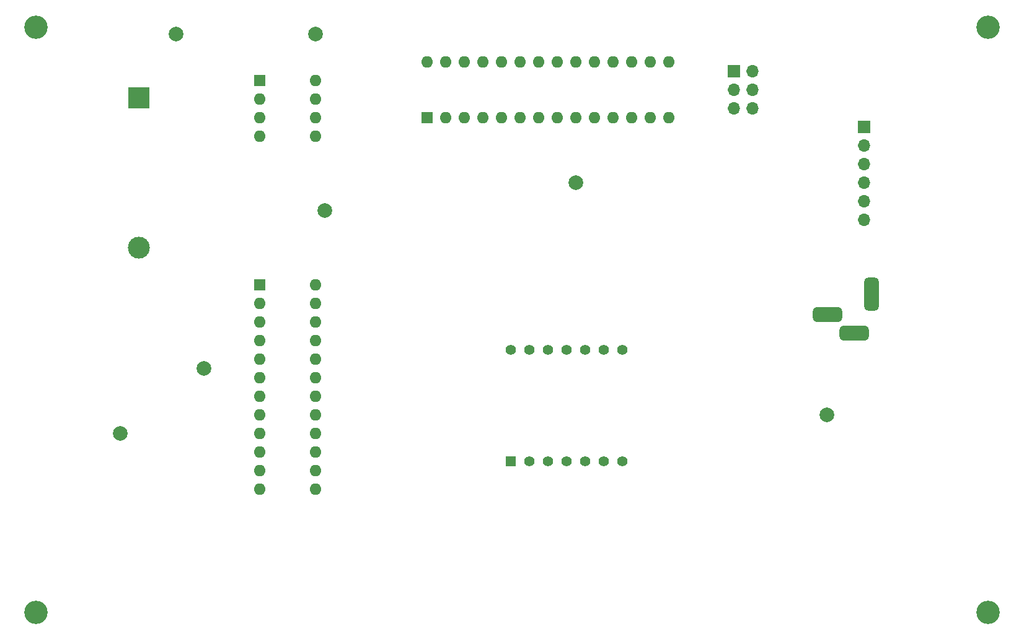
<source format=gbr>
%TF.GenerationSoftware,KiCad,Pcbnew,6.0.6-3a73a75311~116~ubuntu20.04.1*%
%TF.CreationDate,2022-07-21T05:59:29-04:00*%
%TF.ProjectId,first_project,66697273-745f-4707-926f-6a6563742e6b,rev?*%
%TF.SameCoordinates,PX4c4b400PY8a48640*%
%TF.FileFunction,Soldermask,Bot*%
%TF.FilePolarity,Negative*%
%FSLAX46Y46*%
G04 Gerber Fmt 4.6, Leading zero omitted, Abs format (unit mm)*
G04 Created by KiCad (PCBNEW 6.0.6-3a73a75311~116~ubuntu20.04.1) date 2022-07-21 05:59:29*
%MOMM*%
%LPD*%
G01*
G04 APERTURE LIST*
G04 Aperture macros list*
%AMRoundRect*
0 Rectangle with rounded corners*
0 $1 Rounding radius*
0 $2 $3 $4 $5 $6 $7 $8 $9 X,Y pos of 4 corners*
0 Add a 4 corners polygon primitive as box body*
4,1,4,$2,$3,$4,$5,$6,$7,$8,$9,$2,$3,0*
0 Add four circle primitives for the rounded corners*
1,1,$1+$1,$2,$3*
1,1,$1+$1,$4,$5*
1,1,$1+$1,$6,$7*
1,1,$1+$1,$8,$9*
0 Add four rect primitives between the rounded corners*
20,1,$1+$1,$2,$3,$4,$5,0*
20,1,$1+$1,$4,$5,$6,$7,0*
20,1,$1+$1,$6,$7,$8,$9,0*
20,1,$1+$1,$8,$9,$2,$3,0*%
G04 Aperture macros list end*
%ADD10C,3.200000*%
%ADD11R,1.600000X1.600000*%
%ADD12O,1.600000X1.600000*%
%ADD13C,2.000000*%
%ADD14O,1.700000X1.700000*%
%ADD15R,1.700000X1.700000*%
%ADD16R,3.000000X3.000000*%
%ADD17C,3.000000*%
%ADD18R,1.400000X1.400000*%
%ADD19C,1.400000*%
%ADD20RoundRect,0.500000X0.500000X-1.750000X0.500000X1.750000X-0.500000X1.750000X-0.500000X-1.750000X0*%
%ADD21RoundRect,0.500000X1.500000X0.500000X-1.500000X0.500000X-1.500000X-0.500000X1.500000X-0.500000X0*%
G04 APERTURE END LIST*
D10*
%TO.C,H4*%
X135000000Y5000000D03*
%TD*%
D11*
%TO.C,U4*%
X35580000Y49755000D03*
D12*
X35580000Y47215000D03*
X35580000Y44675000D03*
X35580000Y42135000D03*
X35580000Y39595000D03*
X35580000Y37055000D03*
X35580000Y34515000D03*
X35580000Y31975000D03*
X35580000Y29435000D03*
X35580000Y26895000D03*
X35580000Y24355000D03*
X35580000Y21815000D03*
X43200000Y21815000D03*
X43200000Y24355000D03*
X43200000Y26895000D03*
X43200000Y29435000D03*
X43200000Y31975000D03*
X43200000Y34515000D03*
X43200000Y37055000D03*
X43200000Y39595000D03*
X43200000Y42135000D03*
X43200000Y44675000D03*
X43200000Y47215000D03*
X43200000Y49755000D03*
%TD*%
D13*
%TO.C,TP2*%
X44460000Y59910000D03*
%TD*%
%TO.C,TP6*%
X78750000Y63720000D03*
%TD*%
%TO.C,TP4*%
X24140000Y84040000D03*
%TD*%
D14*
%TO.C,J1*%
X118120000Y58640000D03*
X118120000Y61180000D03*
X118120000Y63720000D03*
X118120000Y66260000D03*
X118120000Y68800000D03*
D15*
X118120000Y71340000D03*
%TD*%
D11*
%TO.C,U3*%
X35580000Y77680000D03*
D12*
X35580000Y75140000D03*
X35580000Y72600000D03*
X35580000Y70060000D03*
X43200000Y70060000D03*
X43200000Y72600000D03*
X43200000Y75140000D03*
X43200000Y77680000D03*
%TD*%
D13*
%TO.C,TP7*%
X16520000Y29430000D03*
%TD*%
%TO.C,TP1*%
X113040000Y31970000D03*
%TD*%
D10*
%TO.C,H2*%
X135000000Y85000000D03*
%TD*%
D16*
%TO.C,BT1*%
X19059984Y75333686D03*
D17*
X19059984Y54843686D03*
%TD*%
D10*
%TO.C,H3*%
X5000000Y5000000D03*
%TD*%
%TO.C,H1*%
X5000000Y85000000D03*
%TD*%
D13*
%TO.C,TP3*%
X43190000Y84040000D03*
%TD*%
%TO.C,TP5*%
X27950000Y38320000D03*
%TD*%
D18*
%TO.C,DS1*%
X69860000Y25620000D03*
D19*
X72400000Y25620000D03*
X74940000Y25620000D03*
X77480000Y25620000D03*
X80020000Y25620000D03*
X82560000Y25620000D03*
X85100000Y25620000D03*
X85100000Y40860000D03*
X82560000Y40860000D03*
X80020000Y40860000D03*
X77480000Y40860000D03*
X74940000Y40860000D03*
X72400000Y40860000D03*
X69860000Y40860000D03*
%TD*%
D15*
%TO.C,J3*%
X100340000Y78960000D03*
D14*
X102880000Y78960000D03*
X100340000Y76420000D03*
X102880000Y76420000D03*
X100340000Y73880000D03*
X102880000Y73880000D03*
%TD*%
D11*
%TO.C,U1*%
X58440000Y72620000D03*
D12*
X60980000Y72620000D03*
X63520000Y72620000D03*
X66060000Y72620000D03*
X68600000Y72620000D03*
X71140000Y72620000D03*
X73680000Y72620000D03*
X76220000Y72620000D03*
X78760000Y72620000D03*
X81300000Y72620000D03*
X83840000Y72620000D03*
X86380000Y72620000D03*
X88920000Y72620000D03*
X91460000Y72620000D03*
X91460000Y80240000D03*
X88920000Y80240000D03*
X86380000Y80240000D03*
X83840000Y80240000D03*
X81300000Y80240000D03*
X78760000Y80240000D03*
X76220000Y80240000D03*
X73680000Y80240000D03*
X71140000Y80240000D03*
X68600000Y80240000D03*
X66060000Y80240000D03*
X63520000Y80240000D03*
X60980000Y80240000D03*
X58440000Y80240000D03*
%TD*%
D20*
%TO.C,J2*%
X119080000Y48480000D03*
D21*
X116780000Y43180000D03*
X113080000Y45680000D03*
%TD*%
M02*

</source>
